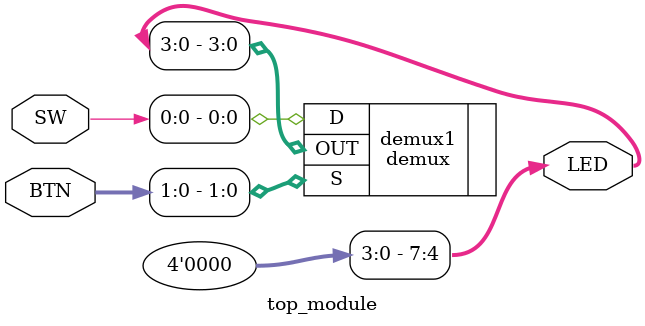
<source format=v>
`timescale 1ns / 1ps

module top_module(
input [7:0]SW,
input [3:0]BTN,
output [7:0] LED

    );
    
assign LED[7:4] = 0;

demux demux1 (.D(SW[0]),.S(BTN[1:0]),.OUT(LED[3:0]));
endmodule

</source>
